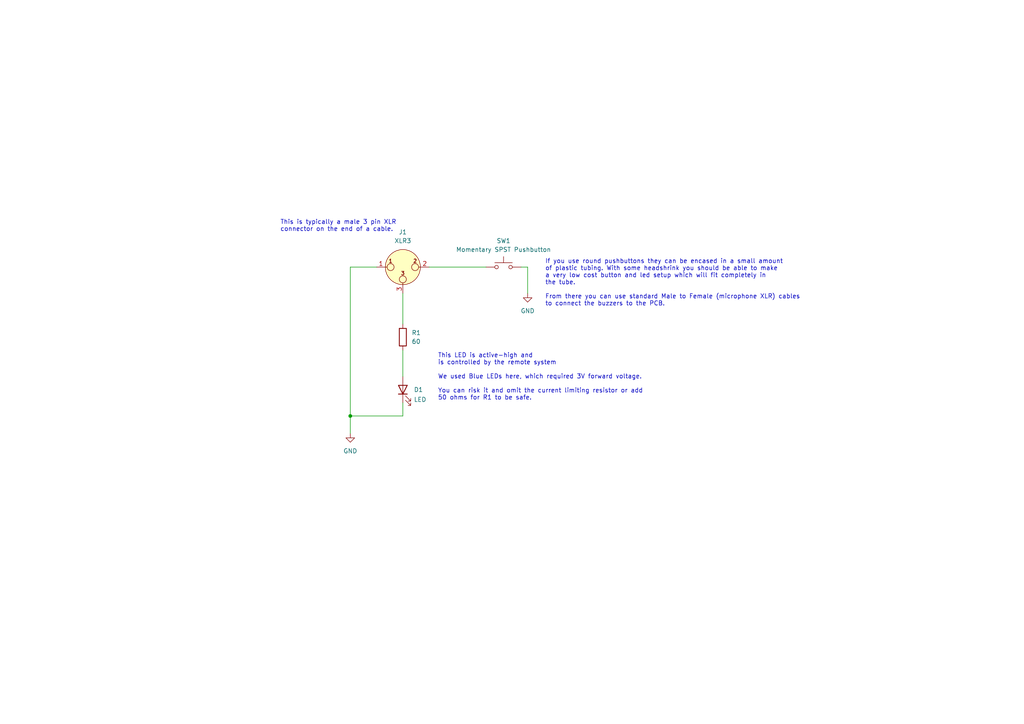
<source format=kicad_sch>
(kicad_sch (version 20230121) (generator eeschema)
  (paper "A4")
  (lib_symbols
    (symbol "Connector_Audio:XLR3" (pin_names hide)
      (property "Reference" "J" (at 0 8.89 0))
      (property "Value" "XLR3" (at 0 6.35 0))
      (symbol "XLR3_0_1"
        (circle (center -3.556 0) (radius 1.016))
        (circle (center 0 -3.556) (radius 1.016))
        (polyline (pts (xy -5.08 0) (xy -4.572 0)))
        (polyline (pts (xy 0 -5.08) (xy 0 -4.572)))
        (polyline (pts (xy 5.08 0) (xy 4.572 0)))
        (circle (center 0 0) (radius 5.08) (fill (type background)))
        (circle (center 3.556 0) (radius 1.016))
        (text "1" (at -3.556 1.778 0) (effects (font (size 1.016 1.016) bold)))
        (text "2" (at 3.556 1.778 0) (effects (font (size 1.016 1.016) bold)))
        (text "3" (at 0 -1.778 0) (effects (font (size 1.016 1.016) bold)))
        (pin passive line (at -7.62 0 0) (length 2.54) (name "~") (number "1"))
        (pin passive line (at 7.62 0 180) (length 2.54) (name "~") (number "2"))
        (pin passive line (at 0 -7.62 90) (length 2.54) (name "~") (number "3"))
      )
    )
    (symbol "Device:LED" (pin_numbers hide) (pin_names (offset 1.016) hide)
      (property "Reference" "D" (at 0 2.54 0))
      (property "Value" "LED" (at 0 -2.54 0))
      (symbol "LED_0_1"
        (polyline (pts (xy -1.27 -1.27) (xy -1.27 1.27)) (stroke (width 0.254)))
        (polyline (pts (xy -1.27 0) (xy 1.27 0)))
        (polyline (pts (xy 1.27 -1.27) (xy 1.27 1.27) (xy -1.27 0) (xy 1.27 -1.27)) (stroke (width 0.254)))
        (polyline (pts (xy -3.048 -0.762) (xy -4.572 -2.286) (xy -3.81 -2.286) (xy -4.572 -2.286) (xy -4.572 -1.524)))
        (polyline (pts (xy -1.778 -0.762) (xy -3.302 -2.286) (xy -2.54 -2.286) (xy -3.302 -2.286) (xy -3.302 -1.524)))
      )
      (symbol "LED_1_1"
        (pin passive line (at -3.81 0 0) (length 2.54) (name "K") (number "1"))
        (pin passive line (at 3.81 0 180) (length 2.54) (name "A") (number "2"))
      )
    )
    (symbol "Device:R" (pin_numbers hide) (pin_names (offset 0))
      (property "Reference" "R" (at 2.032 0 90))
      (property "Value" "R" (at 0 0 90))
      (symbol "R_0_1"
        (rectangle (start -1.016 -2.54) (end 1.016 2.54) (stroke (width 0.254)))
      )
      (symbol "R_1_1"
        (pin passive line (at 0 3.81 270) (length 1.27) (name "~") (number "1"))
        (pin passive line (at 0 -3.81 90) (length 1.27) (name "~") (number "2"))
      )
    )
    (symbol "Switch:SW_Push" (pin_numbers hide) (pin_names (offset 1.016) hide)
      (property "Reference" "SW" (at 1.27 2.54 0))
      (property "Value" "SW_Push" (at 0 -1.524 0))
      (symbol "SW_Push_0_1"
        (circle (center -2.032 0) (radius 0.508))
        (polyline (pts (xy 0 1.27) (xy 0 3.048)))
        (polyline (pts (xy 2.54 1.27) (xy -2.54 1.27)))
        (circle (center 2.032 0) (radius 0.508))
        (pin passive line (at -5.08 0 0) (length 2.54) (name "1") (number "1"))
        (pin passive line (at 5.08 0 180) (length 2.54) (name "2") (number "2"))
      )
    )
    (symbol "power:GND" (power) (pin_names (offset 0))
      (property "Value" "GND" (at 0 -3.81 0))
      (symbol "GND_0_1"
        (polyline (pts (xy 0 0) (xy 0 -1.27) (xy 1.27 -1.27) (xy 0 -2.54) (xy -1.27 -1.27) (xy 0 -1.27)))
      )
      (symbol "GND_1_1"
        (pin power_in line (at 0 0 270) (length 0) hide (name "GND") (number "1"))
      )
    )
  )
  (junction (at 101.6 120.65))
  (wire (pts (xy 101.6 120.65) (xy 101.6 125.73)))
  (wire (pts (xy 116.84 116.84) (xy 116.84 120.65)))
  (wire (pts (xy 109.22 77.47) (xy 101.6 77.47)))
  (wire (pts (xy 116.84 120.65) (xy 101.6 120.65)))
  (wire (pts (xy 151.13 77.47) (xy 153.035 77.47)))
  (wire (pts (xy 153.035 77.47) (xy 153.035 85.09)))
  (wire (pts (xy 116.84 85.09) (xy 116.84 93.98)))
  (wire (pts (xy 124.46 77.47) (xy 140.97 77.47)))
  (wire (pts (xy 116.84 101.6) (xy 116.84 109.22)))
  (wire (pts (xy 101.6 77.47) (xy 101.6 120.65)))
  (text "This LED is active-high and \nis controlled by the remote system\n\nWe used Blue LEDs here, which required 3V forward voltage.\n\nYou can risk it and omit the current limiting resistor or add\n50 ohms for R1 to be safe." (at 127 116.205 0) (effects (font (size 1.27 1.27)) (justify left bottom)))
  (text "This is typically a male 3 pin XLR\nconnector on the end of a cable." (at 81.28 67.31 0) (effects (font (size 1.27 1.27)) (justify left bottom)))
  (text "If you use round pushbuttons they can be encased in a small amount\nof plastic tubing. With some headshrink you should be able to make\na very low cost button and led setup which will fit completely in\nthe tube.\n\nFrom there you can use standard Male to Female (microphone XLR) cables\nto connect the buzzers to the PCB." (at 158.115 88.9 0) (effects (font (size 1.27 1.27)) (justify left bottom)))
  (symbol (lib_id "Connector_Audio:XLR3") (at 116.84 77.47 0) (unit 1)
    (property "Reference" "J1" (at 116.84 67.31 0))
    (property "Value" "XLR3" (at 116.84 69.85 0))
    (property "Datasheet" " ~" (effects hide))
  )
  (symbol (lib_id "power:GND") (at 153.035 85.09 0) (unit 1)
    (property "Reference" "#PWR02" (effects hide))
    (property "Value" "GND" (at 153.035 90.17 0))
  )
  (symbol (lib_id "Device:R") (at 116.84 97.79 0) (unit 1)
    (property "Reference" "R1" (at 119.38 96.52 0) (effects (justify left)))
    (property "Value" "60" (at 119.38 99.06 0) (effects (justify left)))
  )
  (symbol (lib_id "power:GND") (at 101.6 125.73 0) (unit 1)
    (property "Reference" "#PWR01" (effects hide))
    (property "Value" "GND" (at 101.6 130.81 0))
  )
  (symbol (lib_id "Switch:SW_Push") (at 146.05 77.47 0) (unit 1)
    (property "Reference" "SW1" (at 146.05 69.85 0))
    (property "Value" "Momentary SPST Pushbutton" (at 146.05 72.39 0))
  )
  (symbol (lib_id "Device:LED") (at 116.84 113.03 90) (unit 1)
    (property "Reference" "D1" (at 120.015 113.03 90) (effects (justify right)))
    (property "Value" "LED" (at 120.015 115.8875 90) (effects (justify right)))
  )
)
</source>
